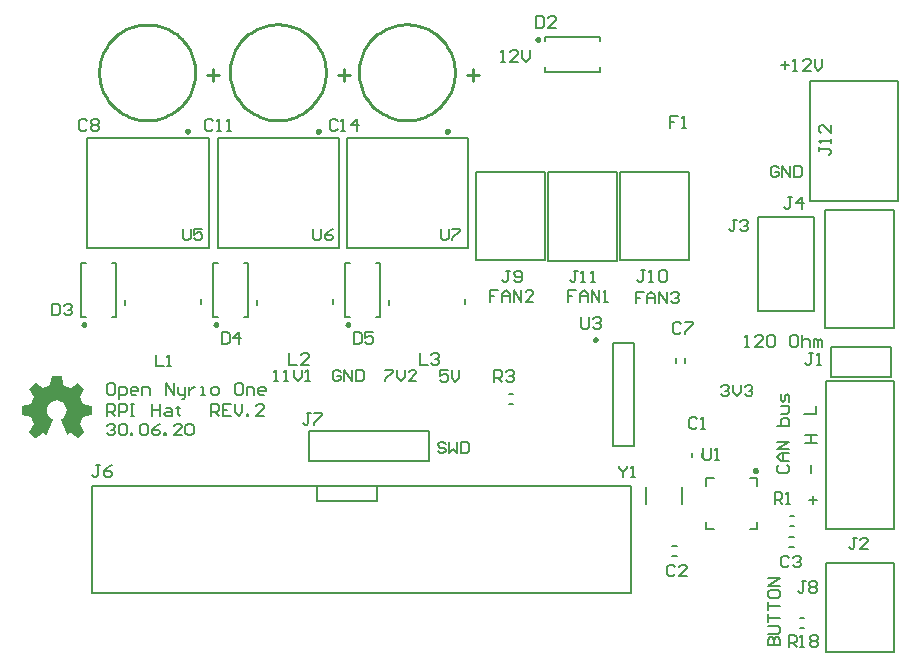
<source format=gto>
%FSTAX23Y23*%
%MOIN*%
%SFA1B1*%

%IPPOS*%
%ADD10C,0.007870*%
%ADD50C,0.010000*%
%ADD51C,0.009840*%
%ADD52C,0.005910*%
%LNrpiadapterpcb-1*%
%LPD*%
G36*
X0018Y01019D02*
X00181Y01018D01*
X00181Y01018*
X00186Y0099*
X00186Y00989*
X00187Y00989*
X0021Y00979*
X00211Y00979*
X00212Y00979*
X00212Y00979*
X00235Y00995*
X00236Y00995*
X00237Y00995*
X00237Y00995*
X00257Y00975*
X00258Y00974*
X00257Y00973*
X00257Y00973*
X00241Y00949*
X00241Y00949*
X00241Y00948*
X00251Y00925*
X00251Y00924*
X00252Y00924*
X00252Y00924*
X0028Y00918*
X00281Y00918*
X00281Y00917*
X00281*
X00281Y00888*
X00281Y00887*
X0028Y00887*
X0028Y00887*
X00252Y00882*
X00251Y00881*
X00251Y00881*
X00241Y00857*
X00241Y00857*
X00241Y00856*
X00241Y00856*
X00257Y00832*
X00258Y00832*
X00257Y0083*
X00257Y00831*
X00237Y0081*
X00236Y0081*
X00235Y0081*
X00235Y0081*
X00212Y00826*
X00211Y00827*
X0021Y00826*
X002Y00822*
X00199Y00822*
X00198Y00822*
X00198Y00823*
X00178Y00871*
X00178Y00872*
X00178Y00873*
X00179Y00873*
X00179Y00873*
X00182Y00874*
X00188Y00879*
X00194Y00886*
X00197Y00894*
X00198Y00903*
X00197Y00911*
X00194Y00919*
X00188Y00926*
X00182Y00931*
X00174Y00935*
X00165Y00936*
X00156Y00935*
X00148Y00931*
X00142Y00926*
X00136Y00919*
X00133Y00911*
X00132Y00903*
X00133Y00894*
X00136Y00886*
X00142Y00879*
X00148Y00874*
X00151Y00873*
X00151Y00873*
X00152Y00873*
X00152Y00872*
X00152Y00871*
X00132Y00823*
X00132Y00822*
X00131Y00822*
X0013Y00822*
X0012Y00826*
X00119Y00827*
X00118Y00826*
X00118Y00826*
X00095Y0081*
X00094Y0081*
X00093Y0081*
X00093Y0081*
X00073Y0083*
X00072Y00832*
X00073Y00832*
X00073Y00832*
X00088Y00856*
X00089Y00857*
X00089Y00857*
X00079Y00881*
X00079Y00881*
X00078Y00882*
Y00882*
X0005Y00887*
X00049Y00887*
X00049Y00888*
X00049*
X00049Y00917*
X00049Y00918*
X0005Y00918*
X0005Y00918*
X00078Y00924*
X00079Y00924*
X00079Y00925*
X00089Y00948*
X00089Y00949*
X00088Y00949*
X00088Y00949*
X00073Y00973*
X00072Y00974*
X00073Y00975*
X00073Y00975*
X00093Y00995*
X00094Y00995*
X00095Y00995*
X00095Y00995*
X00118Y00979*
X00119Y00979*
X0012Y00979*
X00143Y00989*
X00144Y00989*
X00144Y0099*
X00144*
X00149Y01018*
X0015Y01019*
X00151Y01019*
Y01019*
X00179Y01019*
X0018Y01019*
G37*
G54D10*
X02502Y01233D02*
X02689D01*
X02502D02*
Y01546D01*
X02689*
Y01233D02*
Y01546D01*
X02643Y00179D02*
X02657D01*
X02643Y00211D02*
X02657D01*
X01405Y00735D02*
Y00835D01*
X01005Y00735D02*
X01405D01*
X01005D02*
Y00835D01*
X01405*
X01673Y00924D02*
X01687D01*
X01673Y00956D02*
X01687D01*
X02019Y00783D02*
Y01126D01*
X0209Y00783D02*
Y01126D01*
X02019D02*
X0209D01*
X02019Y00783D02*
X0209D01*
X02229Y01062D02*
Y01077D01*
X0226Y01062D02*
Y01077D01*
X02249Y00592D02*
Y00647D01*
X0213Y00592D02*
Y00647D01*
X02607Y0048D02*
X02622D01*
X02607Y00449D02*
X02622D01*
X02217Y00419D02*
X02232D01*
X02217Y0045D02*
X02232D01*
X01272Y01255D02*
Y01272D01*
X01527Y01257D02*
Y01274D01*
X00832Y01255D02*
Y01272D01*
X01087Y01257D02*
Y01274D01*
X00392Y01255D02*
Y01272D01*
X00647Y01257D02*
Y01274D01*
X02725Y01176D02*
Y01571D01*
X02955*
Y01176D02*
Y01571D01*
X02725Y01176D02*
X02955D01*
X02315Y00747D02*
Y00762D01*
X02284Y00747D02*
Y00762D01*
X02608Y00551D02*
X02622D01*
X02608Y00519D02*
X02622D01*
X01231Y00601D02*
Y00648D01*
X01031Y00601D02*
X01231D01*
X01031D02*
Y00648D01*
X00281Y00293D02*
Y00652D01*
X0208Y00293D02*
Y00652D01*
X00281Y00293D02*
X0208D01*
X00281Y00652D02*
X0208D01*
X01975Y02032D02*
Y02046D01*
X01794Y02032D02*
Y02046D01*
X01975Y02133D02*
Y02147D01*
X01794Y02133D02*
Y02147D01*
Y02032D02*
X01975D01*
X01794Y02147D02*
X01975D01*
X02728Y00098D02*
X02956D01*
X02728D02*
Y00393D01*
X02956*
Y00098D02*
Y00393D01*
X02957Y00509D02*
Y01001D01*
X02729D02*
X02957D01*
X02729Y00509D02*
Y01001D01*
Y00509D02*
X02957D01*
X00348Y01395D02*
X00362D01*
X00348Y01214D02*
X00362D01*
X00247Y01395D02*
X00261D01*
X00247Y01214D02*
X00261D01*
X00362D02*
Y01395D01*
X00247Y01214D02*
Y01395D01*
X00788D02*
X00802D01*
X00788Y01214D02*
X00802D01*
X00687Y01395D02*
X00701D01*
X00687Y01214D02*
X00701D01*
X00802D02*
Y01395D01*
X00687Y01214D02*
Y01395D01*
X01228D02*
X01242D01*
X01228Y01214D02*
X01242D01*
X01127Y01395D02*
X01141D01*
X01127Y01214D02*
X01141D01*
X01242D02*
Y01395D01*
X01127Y01214D02*
Y01395D01*
X00266Y0181D02*
X00671D01*
X00266Y01444D02*
Y0181D01*
Y01444D02*
X00671D01*
Y0181*
X00701D02*
X01106D01*
X00701Y01444D02*
Y0181D01*
Y01444D02*
X01106D01*
Y0181*
X01131D02*
X01536D01*
X01131Y01444D02*
Y0181D01*
Y01444D02*
X01536D01*
Y0181*
X02675Y016D02*
X0297D01*
X02675Y02D02*
X0297D01*
X02675Y016D02*
Y02D01*
X0297Y016D02*
Y02D01*
X01803Y01696D02*
X02031D01*
Y01401D02*
Y01696D01*
X01803Y01401D02*
X02031D01*
X01803D02*
Y01696D01*
X01563Y01698D02*
X01791D01*
Y01403D02*
Y01698D01*
X01563Y01403D02*
X01791D01*
X01563D02*
Y01698D01*
X02043D02*
X02271D01*
Y01403D02*
Y01698D01*
X02043Y01403D02*
X02271D01*
X02043D02*
Y01698D01*
X02745Y01115D02*
X02945D01*
X02745Y01015D02*
Y01115D01*
Y01015D02*
X02945D01*
Y01115*
G54D50*
X00626Y0203D02*
D01*
X00626Y02041*
X00625Y02052*
X00623Y02063*
X0062Y02074*
X00617Y02084*
X00613Y02095*
X00608Y02105*
X00602Y02114*
X00596Y02124*
X00589Y02132*
X00582Y02141*
X00573Y02148*
X00565Y02156*
X00556Y02162*
X00546Y02168*
X00537Y02173*
X00526Y02178*
X00516Y02182*
X00505Y02185*
X00494Y02187*
X00483Y02189*
X00472Y02189*
X00461*
X0045Y02189*
X00439Y02187*
X00428Y02185*
X00417Y02182*
X00406Y02178*
X00396Y02173*
X00386Y02168*
X00377Y02162*
X00368Y02156*
X00359Y02148*
X00351Y02141*
X00344Y02132*
X00337Y02124*
X00331Y02114*
X00325Y02105*
X0032Y02095*
X00316Y02084*
X00313Y02074*
X0031Y02063*
X00308Y02052*
X00307Y02041*
X00306Y0203*
X00307Y02018*
X00308Y02007*
X0031Y01996*
X00313Y01985*
X00316Y01975*
X0032Y01964*
X00325Y01954*
X00331Y01945*
X00337Y01935*
X00344Y01927*
X00351Y01918*
X00359Y01911*
X00368Y01903*
X00377Y01897*
X00386Y01891*
X00396Y01886*
X00406Y01881*
X00417Y01877*
X00428Y01874*
X00439Y01872*
X0045Y0187*
X00461Y0187*
X00472*
X00483Y0187*
X00494Y01872*
X00505Y01874*
X00516Y01877*
X00526Y01881*
X00537Y01886*
X00546Y01891*
X00556Y01897*
X00565Y01903*
X00573Y01911*
X00582Y01918*
X00589Y01927*
X00596Y01935*
X00602Y01945*
X00608Y01954*
X00613Y01964*
X00617Y01975*
X0062Y01985*
X00623Y01996*
X00625Y02007*
X00626Y02018*
X00626Y0203*
X00606Y01834D02*
D01*
X00606Y01834*
X00606Y01835*
X00606Y01835*
X00606Y01835*
X00606Y01836*
X00606Y01836*
X00606Y01836*
X00606Y01837*
X00605Y01837*
X00605Y01837*
X00605Y01837*
X00605Y01838*
X00604Y01838*
X00604Y01838*
X00604Y01838*
X00604Y01838*
X00603Y01839*
X00603Y01839*
X00603Y01839*
X00602Y01839*
X00602Y01839*
X00602Y01839*
X00601*
X00601Y01839*
X006Y01839*
X006Y01839*
X006Y01839*
X00599Y01839*
X00599Y01838*
X00599Y01838*
X00599Y01838*
X00598Y01838*
X00598Y01838*
X00598Y01837*
X00598Y01837*
X00597Y01837*
X00597Y01837*
X00597Y01836*
X00597Y01836*
X00597Y01836*
X00597Y01835*
X00596Y01835*
X00596Y01835*
X00596Y01834*
X00596Y01834*
X00596Y01834*
X00596Y01833*
X00596Y01833*
X00597Y01833*
X00597Y01832*
X00597Y01832*
X00597Y01832*
X00597Y01831*
X00597Y01831*
X00598Y01831*
X00598Y0183*
X00598Y0183*
X00598Y0183*
X00599Y0183*
X00599Y0183*
X00599Y01829*
X00599Y01829*
X006Y01829*
X006Y01829*
X006Y01829*
X00601Y01829*
X00601Y01829*
X00602*
X00602Y01829*
X00602Y01829*
X00603Y01829*
X00603Y01829*
X00603Y01829*
X00604Y01829*
X00604Y0183*
X00604Y0183*
X00604Y0183*
X00605Y0183*
X00605Y0183*
X00605Y01831*
X00605Y01831*
X00606Y01831*
X00606Y01832*
X00606Y01832*
X00606Y01832*
X00606Y01833*
X00606Y01833*
X00606Y01833*
X00606Y01834*
X00606Y01834*
X01041D02*
D01*
X01041Y01834*
X01041Y01835*
X01041Y01835*
X01041Y01835*
X01041Y01836*
X01041Y01836*
X01041Y01836*
X01041Y01837*
X0104Y01837*
X0104Y01837*
X0104Y01837*
X0104Y01838*
X01039Y01838*
X01039Y01838*
X01039Y01838*
X01039Y01838*
X01038Y01839*
X01038Y01839*
X01038Y01839*
X01037Y01839*
X01037Y01839*
X01037Y01839*
X01036*
X01036Y01839*
X01035Y01839*
X01035Y01839*
X01035Y01839*
X01034Y01839*
X01034Y01838*
X01034Y01838*
X01034Y01838*
X01033Y01838*
X01033Y01838*
X01033Y01837*
X01033Y01837*
X01032Y01837*
X01032Y01837*
X01032Y01836*
X01032Y01836*
X01032Y01836*
X01032Y01835*
X01031Y01835*
X01031Y01835*
X01031Y01834*
X01031Y01834*
X01031Y01834*
X01031Y01833*
X01031Y01833*
X01032Y01833*
X01032Y01832*
X01032Y01832*
X01032Y01832*
X01032Y01831*
X01032Y01831*
X01033Y01831*
X01033Y0183*
X01033Y0183*
X01033Y0183*
X01034Y0183*
X01034Y0183*
X01034Y01829*
X01034Y01829*
X01035Y01829*
X01035Y01829*
X01035Y01829*
X01036Y01829*
X01036Y01829*
X01037*
X01037Y01829*
X01037Y01829*
X01038Y01829*
X01038Y01829*
X01038Y01829*
X01039Y01829*
X01039Y0183*
X01039Y0183*
X01039Y0183*
X0104Y0183*
X0104Y0183*
X0104Y01831*
X0104Y01831*
X01041Y01831*
X01041Y01832*
X01041Y01832*
X01041Y01832*
X01041Y01833*
X01041Y01833*
X01041Y01833*
X01041Y01834*
X01041Y01834*
X01471D02*
D01*
X01471Y01834*
X01471Y01835*
X01471Y01835*
X01471Y01835*
X01471Y01836*
X01471Y01836*
X01471Y01836*
X01471Y01837*
X0147Y01837*
X0147Y01837*
X0147Y01837*
X0147Y01838*
X01469Y01838*
X01469Y01838*
X01469Y01838*
X01469Y01838*
X01468Y01839*
X01468Y01839*
X01468Y01839*
X01467Y01839*
X01467Y01839*
X01467Y01839*
X01466*
X01466Y01839*
X01465Y01839*
X01465Y01839*
X01465Y01839*
X01464Y01839*
X01464Y01838*
X01464Y01838*
X01464Y01838*
X01463Y01838*
X01463Y01838*
X01463Y01837*
X01463Y01837*
X01462Y01837*
X01462Y01837*
X01462Y01836*
X01462Y01836*
X01462Y01836*
X01462Y01835*
X01461Y01835*
X01461Y01835*
X01461Y01834*
X01461Y01834*
X01461Y01834*
X01461Y01833*
X01461Y01833*
X01462Y01833*
X01462Y01832*
X01462Y01832*
X01462Y01832*
X01462Y01831*
X01462Y01831*
X01463Y01831*
X01463Y0183*
X01463Y0183*
X01463Y0183*
X01464Y0183*
X01464Y0183*
X01464Y01829*
X01464Y01829*
X01465Y01829*
X01465Y01829*
X01465Y01829*
X01466Y01829*
X01466Y01829*
X01467*
X01467Y01829*
X01467Y01829*
X01468Y01829*
X01468Y01829*
X01468Y01829*
X01469Y01829*
X01469Y0183*
X01469Y0183*
X01469Y0183*
X0147Y0183*
X0147Y0183*
X0147Y01831*
X0147Y01831*
X01471Y01831*
X01471Y01832*
X01471Y01832*
X01471Y01832*
X01471Y01833*
X01471Y01833*
X01471Y01833*
X01471Y01834*
X01471Y01834*
X01061Y0203D02*
D01*
X01061Y02041*
X0106Y02052*
X01058Y02063*
X01055Y02074*
X01052Y02085*
X01048Y02095*
X01043Y02105*
X01037Y02115*
X01031Y02124*
X01024Y02133*
X01017Y02141*
X01008Y02149*
X01Y02156*
X00991Y02162*
X00981Y02168*
X00972Y02174*
X00961Y02178*
X00951Y02182*
X0094Y02185*
X00929Y02187*
X00918Y02189*
X00907Y0219*
X00896*
X00885Y02189*
X00874Y02187*
X00863Y02185*
X00852Y02182*
X00841Y02178*
X00831Y02174*
X00821Y02168*
X00812Y02162*
X00803Y02156*
X00794Y02149*
X00786Y02141*
X00779Y02133*
X00772Y02124*
X00766Y02115*
X0076Y02105*
X00755Y02095*
X00751Y02085*
X00748Y02074*
X00745Y02063*
X00743Y02052*
X00742Y02041*
X00741Y0203*
X00742Y02019*
X00743Y02008*
X00745Y01997*
X00748Y01986*
X00751Y01975*
X00755Y01965*
X0076Y01955*
X00766Y01945*
X00772Y01936*
X00779Y01927*
X00786Y01919*
X00794Y01911*
X00803Y01904*
X00812Y01897*
X00821Y01891*
X00831Y01886*
X00841Y01881*
X00852Y01878*
X00863Y01875*
X00874Y01872*
X00885Y01871*
X00896Y0187*
X00907*
X00918Y01871*
X00929Y01872*
X0094Y01875*
X00951Y01878*
X00961Y01881*
X00972Y01886*
X00981Y01891*
X00991Y01897*
X01Y01904*
X01008Y01911*
X01017Y01919*
X01024Y01927*
X01031Y01936*
X01037Y01945*
X01043Y01955*
X01048Y01965*
X01052Y01975*
X01055Y01986*
X01058Y01997*
X0106Y02008*
X01061Y02019*
X01061Y0203*
X01491D02*
D01*
X01491Y02041*
X0149Y02052*
X01488Y02063*
X01485Y02074*
X01482Y02085*
X01478Y02095*
X01473Y02105*
X01467Y02115*
X01461Y02124*
X01454Y02133*
X01447Y02141*
X01438Y02149*
X0143Y02156*
X01421Y02162*
X01411Y02168*
X01402Y02174*
X01391Y02178*
X01381Y02182*
X0137Y02185*
X01359Y02187*
X01348Y02189*
X01337Y0219*
X01326*
X01315Y02189*
X01304Y02187*
X01293Y02185*
X01282Y02182*
X01271Y02178*
X01261Y02174*
X01251Y02168*
X01242Y02162*
X01233Y02156*
X01224Y02149*
X01216Y02141*
X01209Y02133*
X01202Y02124*
X01196Y02115*
X0119Y02105*
X01185Y02095*
X01181Y02085*
X01178Y02074*
X01175Y02063*
X01173Y02052*
X01172Y02041*
X01171Y0203*
X01172Y02019*
X01173Y02008*
X01175Y01997*
X01178Y01986*
X01181Y01975*
X01185Y01965*
X0119Y01955*
X01196Y01945*
X01202Y01936*
X01209Y01927*
X01216Y01919*
X01224Y01911*
X01233Y01904*
X01242Y01897*
X01251Y01891*
X01261Y01886*
X01271Y01881*
X01282Y01878*
X01293Y01875*
X01304Y01872*
X01315Y01871*
X01326Y0187*
X01337*
X01348Y01871*
X01359Y01872*
X0137Y01875*
X01381Y01878*
X01391Y01881*
X01402Y01886*
X01411Y01891*
X01421Y01897*
X0143Y01904*
X01438Y01911*
X01447Y01919*
X01454Y01927*
X01461Y01936*
X01467Y01945*
X01473Y01955*
X01478Y01965*
X01482Y01975*
X01485Y01986*
X01488Y01997*
X0149Y02008*
X01491Y02019*
X01491Y0203*
X00706Y0202D02*
X00666D01*
X00686Y02D02*
Y0204D01*
X01141Y0202D02*
X01101D01*
X01121Y02D02*
Y0204D01*
X01571Y0202D02*
X01531D01*
X01551Y02D02*
Y0204D01*
G54D51*
X01965Y01138D02*
D01*
X01965Y01138*
X01965Y01139*
X01965Y01139*
X01965Y01139*
X01965Y0114*
X01965Y0114*
X01964Y0114*
X01964Y01141*
X01964Y01141*
X01964Y01141*
X01964Y01141*
X01963Y01142*
X01963Y01142*
X01963Y01142*
X01962Y01142*
X01962Y01142*
X01962Y01143*
X01962Y01143*
X01961Y01143*
X01961Y01143*
X01961Y01143*
X0196Y01143*
X0196*
X01959Y01143*
X01959Y01143*
X01959Y01143*
X01958Y01143*
X01958Y01143*
X01958Y01142*
X01958Y01142*
X01957Y01142*
X01957Y01142*
X01957Y01142*
X01956Y01141*
X01956Y01141*
X01956Y01141*
X01956Y01141*
X01956Y0114*
X01956Y0114*
X01955Y0114*
X01955Y01139*
X01955Y01139*
X01955Y01139*
X01955Y01138*
X01955Y01138*
X01955Y01138*
X01955Y01137*
X01955Y01137*
X01955Y01137*
X01955Y01136*
X01956Y01136*
X01956Y01136*
X01956Y01135*
X01956Y01135*
X01956Y01135*
X01956Y01135*
X01957Y01134*
X01957Y01134*
X01957Y01134*
X01958Y01134*
X01958Y01134*
X01958Y01133*
X01958Y01133*
X01959Y01133*
X01959Y01133*
X01959Y01133*
X0196Y01133*
X0196*
X01961Y01133*
X01961Y01133*
X01961Y01133*
X01962Y01133*
X01962Y01133*
X01962Y01134*
X01962Y01134*
X01963Y01134*
X01963Y01134*
X01963Y01134*
X01964Y01135*
X01964Y01135*
X01964Y01135*
X01964Y01135*
X01964Y01136*
X01965Y01136*
X01965Y01136*
X01965Y01137*
X01965Y01137*
X01965Y01137*
X01965Y01138*
X01965Y01138*
X01773Y02139D02*
D01*
X01773Y02139*
X01773Y02139*
X01773Y0214*
X01773Y0214*
X01773Y0214*
X01773Y02141*
X01773Y02141*
X01773Y02141*
X01772Y02142*
X01772Y02142*
X01772Y02142*
X01772Y02142*
X01771Y02143*
X01771Y02143*
X01771Y02143*
X01771Y02143*
X0177Y02143*
X0177Y02143*
X0177Y02143*
X01769Y02144*
X01769Y02144*
X01769Y02144*
X01768*
X01768Y02144*
X01768Y02144*
X01767Y02143*
X01767Y02143*
X01767Y02143*
X01766Y02143*
X01766Y02143*
X01766Y02143*
X01765Y02143*
X01765Y02142*
X01765Y02142*
X01765Y02142*
X01764Y02142*
X01764Y02141*
X01764Y02141*
X01764Y02141*
X01764Y0214*
X01764Y0214*
X01764Y0214*
X01763Y02139*
X01763Y02139*
X01763Y02139*
X01763Y02138*
X01763Y02138*
X01764Y02138*
X01764Y02137*
X01764Y02137*
X01764Y02137*
X01764Y02136*
X01764Y02136*
X01764Y02136*
X01765Y02136*
X01765Y02135*
X01765Y02135*
X01765Y02135*
X01766Y02135*
X01766Y02134*
X01766Y02134*
X01767Y02134*
X01767Y02134*
X01767Y02134*
X01768Y02134*
X01768Y02134*
X01768Y02134*
X01769*
X01769Y02134*
X01769Y02134*
X0177Y02134*
X0177Y02134*
X0177Y02134*
X01771Y02134*
X01771Y02134*
X01771Y02135*
X01771Y02135*
X01772Y02135*
X01772Y02135*
X01772Y02136*
X01772Y02136*
X01773Y02136*
X01773Y02136*
X01773Y02137*
X01773Y02137*
X01773Y02137*
X01773Y02138*
X01773Y02138*
X01773Y02138*
X01773Y02139*
X0026Y01188D02*
D01*
X0026Y01189*
X0026Y01189*
X0026Y01189*
X0026Y0119*
X0026Y0119*
X0026Y0119*
X0026Y01191*
X00259Y01191*
X00259Y01191*
X00259Y01192*
X00259Y01192*
X00259Y01192*
X00258Y01192*
X00258Y01192*
X00258Y01193*
X00257Y01193*
X00257Y01193*
X00257Y01193*
X00256Y01193*
X00256Y01193*
X00256Y01193*
X00255Y01193*
X00255*
X00255Y01193*
X00254Y01193*
X00254Y01193*
X00254Y01193*
X00253Y01193*
X00253Y01193*
X00253Y01193*
X00253Y01192*
X00252Y01192*
X00252Y01192*
X00252Y01192*
X00252Y01192*
X00251Y01191*
X00251Y01191*
X00251Y01191*
X00251Y0119*
X00251Y0119*
X00251Y0119*
X0025Y01189*
X0025Y01189*
X0025Y01189*
X0025Y01188*
X0025Y01188*
X0025Y01188*
X0025Y01187*
X00251Y01187*
X00251Y01187*
X00251Y01186*
X00251Y01186*
X00251Y01186*
X00251Y01185*
X00252Y01185*
X00252Y01185*
X00252Y01185*
X00252Y01184*
X00253Y01184*
X00253Y01184*
X00253Y01184*
X00253Y01184*
X00254Y01184*
X00254Y01184*
X00254Y01184*
X00255Y01183*
X00255Y01183*
X00255*
X00256Y01183*
X00256Y01184*
X00256Y01184*
X00257Y01184*
X00257Y01184*
X00257Y01184*
X00258Y01184*
X00258Y01184*
X00258Y01184*
X00259Y01185*
X00259Y01185*
X00259Y01185*
X00259Y01185*
X00259Y01186*
X0026Y01186*
X0026Y01186*
X0026Y01187*
X0026Y01187*
X0026Y01187*
X0026Y01188*
X0026Y01188*
X0026Y01188*
X007D02*
D01*
X007Y01189*
X007Y01189*
X007Y01189*
X007Y0119*
X007Y0119*
X007Y0119*
X007Y01191*
X00699Y01191*
X00699Y01191*
X00699Y01192*
X00699Y01192*
X00699Y01192*
X00698Y01192*
X00698Y01192*
X00698Y01193*
X00697Y01193*
X00697Y01193*
X00697Y01193*
X00696Y01193*
X00696Y01193*
X00696Y01193*
X00695Y01193*
X00695*
X00695Y01193*
X00694Y01193*
X00694Y01193*
X00694Y01193*
X00693Y01193*
X00693Y01193*
X00693Y01193*
X00693Y01192*
X00692Y01192*
X00692Y01192*
X00692Y01192*
X00692Y01192*
X00691Y01191*
X00691Y01191*
X00691Y01191*
X00691Y0119*
X00691Y0119*
X00691Y0119*
X0069Y01189*
X0069Y01189*
X0069Y01189*
X0069Y01188*
X0069Y01188*
X0069Y01188*
X0069Y01187*
X00691Y01187*
X00691Y01187*
X00691Y01186*
X00691Y01186*
X00691Y01186*
X00691Y01185*
X00692Y01185*
X00692Y01185*
X00692Y01185*
X00692Y01184*
X00693Y01184*
X00693Y01184*
X00693Y01184*
X00693Y01184*
X00694Y01184*
X00694Y01184*
X00694Y01184*
X00695Y01183*
X00695Y01183*
X00695*
X00696Y01183*
X00696Y01184*
X00696Y01184*
X00697Y01184*
X00697Y01184*
X00697Y01184*
X00698Y01184*
X00698Y01184*
X00698Y01184*
X00699Y01185*
X00699Y01185*
X00699Y01185*
X00699Y01185*
X00699Y01186*
X007Y01186*
X007Y01186*
X007Y01187*
X007Y01187*
X007Y01187*
X007Y01188*
X007Y01188*
X007Y01188*
X0114D02*
D01*
X0114Y01189*
X0114Y01189*
X0114Y01189*
X0114Y0119*
X0114Y0119*
X0114Y0119*
X0114Y01191*
X01139Y01191*
X01139Y01191*
X01139Y01192*
X01139Y01192*
X01139Y01192*
X01138Y01192*
X01138Y01192*
X01138Y01193*
X01137Y01193*
X01137Y01193*
X01137Y01193*
X01136Y01193*
X01136Y01193*
X01136Y01193*
X01135Y01193*
X01135*
X01135Y01193*
X01134Y01193*
X01134Y01193*
X01134Y01193*
X01133Y01193*
X01133Y01193*
X01133Y01193*
X01133Y01192*
X01132Y01192*
X01132Y01192*
X01132Y01192*
X01132Y01192*
X01131Y01191*
X01131Y01191*
X01131Y01191*
X01131Y0119*
X01131Y0119*
X01131Y0119*
X0113Y01189*
X0113Y01189*
X0113Y01189*
X0113Y01188*
X0113Y01188*
X0113Y01188*
X0113Y01187*
X01131Y01187*
X01131Y01187*
X01131Y01186*
X01131Y01186*
X01131Y01186*
X01131Y01185*
X01132Y01185*
X01132Y01185*
X01132Y01185*
X01132Y01184*
X01133Y01184*
X01133Y01184*
X01133Y01184*
X01133Y01184*
X01134Y01184*
X01134Y01184*
X01134Y01184*
X01135Y01183*
X01135Y01183*
X01135*
X01136Y01183*
X01136Y01184*
X01136Y01184*
X01137Y01184*
X01137Y01184*
X01137Y01184*
X01138Y01184*
X01138Y01184*
X01138Y01184*
X01139Y01185*
X01139Y01185*
X01139Y01185*
X01139Y01185*
X01139Y01186*
X0114Y01186*
X0114Y01186*
X0114Y01187*
X0114Y01187*
X0114Y01187*
X0114Y01188*
X0114Y01188*
X0114Y01188*
X02499Y00702D02*
D01*
X02499Y00702*
X02499Y00703*
X02499Y00703*
X02499Y00703*
X02498Y00704*
X02498Y00704*
X02498Y00704*
X02498Y00705*
X02498Y00705*
X02498Y00705*
X02497Y00706*
X02497Y00706*
X02497Y00706*
X02497Y00706*
X02496Y00706*
X02496Y00707*
X02496Y00707*
X02495Y00707*
X02495Y00707*
X02495Y00707*
X02494Y00707*
X02494Y00707*
X02494*
X02493Y00707*
X02493Y00707*
X02493Y00707*
X02492Y00707*
X02492Y00707*
X02492Y00707*
X02491Y00706*
X02491Y00706*
X02491Y00706*
X02491Y00706*
X0249Y00706*
X0249Y00705*
X0249Y00705*
X0249Y00705*
X0249Y00704*
X02489Y00704*
X02489Y00704*
X02489Y00703*
X02489Y00703*
X02489Y00703*
X02489Y00702*
X02489Y00702*
X02489Y00702*
X02489Y00701*
X02489Y00701*
X02489Y00701*
X02489Y007*
X02489Y007*
X0249Y007*
X0249Y00699*
X0249Y00699*
X0249Y00699*
X0249Y00699*
X02491Y00698*
X02491Y00698*
X02491Y00698*
X02491Y00698*
X02492Y00698*
X02492Y00698*
X02492Y00697*
X02493Y00697*
X02493Y00697*
X02493Y00697*
X02494Y00697*
X02494*
X02494Y00697*
X02495Y00697*
X02495Y00697*
X02495Y00697*
X02496Y00698*
X02496Y00698*
X02496Y00698*
X02497Y00698*
X02497Y00698*
X02497Y00698*
X02497Y00699*
X02498Y00699*
X02498Y00699*
X02498Y00699*
X02498Y007*
X02498Y007*
X02498Y007*
X02499Y00701*
X02499Y00701*
X02499Y00701*
X02499Y00702*
X02499Y00702*
G54D52*
X02475Y00677D02*
X025D01*
Y00652D02*
Y00677D01*
Y00507D02*
Y00532D01*
X02475Y00507D02*
X025D01*
X0233D02*
X02355D01*
X0233D02*
Y00532D01*
Y00677D02*
X02355D01*
X0233Y00652D02*
Y00677D01*
X0089Y01D02*
X00903D01*
X00896*
Y01039*
X0089Y01032*
X00922Y01D02*
X00935D01*
X00929*
Y01039*
X00922Y01032*
X00955Y01039D02*
Y01013D01*
X00968Y01*
X00981Y01013*
Y01039*
X00994Y01D02*
X01008D01*
X01001*
Y01039*
X00994Y01032*
X0068Y00885D02*
Y00924D01*
X00699*
X00706Y00917*
Y00904*
X00699Y00898*
X0068*
X00693D02*
X00706Y00885D01*
X00745Y00924D02*
X00719D01*
Y00885*
X00745*
X00719Y00904D02*
X00732D01*
X00758Y00924D02*
Y00898D01*
X00771Y00885*
X00784Y00898*
Y00924*
X00798Y00885D02*
Y00891D01*
X00804*
Y00885*
X00798*
X00857D02*
X0083D01*
X00857Y00911*
Y00917*
X0085Y00924*
X00837*
X0083Y00917*
X0238Y00982D02*
X02386Y00989D01*
X02399*
X02406Y00982*
Y00976*
X02399Y00969*
X02393*
X02399*
X02406Y00963*
Y00956*
X02399Y0095*
X02386*
X0238Y00956*
X02419Y00989D02*
Y00963D01*
X02432Y0095*
X02445Y00963*
Y00989*
X02458Y00982D02*
X02465Y00989D01*
X02478*
X02484Y00982*
Y00976*
X02478Y00969*
X02471*
X02478*
X02484Y00963*
Y00956*
X02478Y0095*
X02465*
X02458Y00956*
X01468Y01038D02*
X01442D01*
Y01018*
X01455Y01025*
X01461*
X01468Y01018*
Y01005*
X01461Y00999*
X01448*
X01442Y01005*
X01481Y01038D02*
Y01012D01*
X01494Y00999*
X01507Y01012*
Y01038*
X0126Y01039D02*
X01286D01*
Y01032*
X0126Y01006*
Y01*
X01299Y01039D02*
Y01013D01*
X01312Y01*
X01325Y01013*
Y01039*
X01364Y01D02*
X01338D01*
X01364Y01026*
Y01032*
X01358Y01039*
X01345*
X01338Y01032*
X01645Y02065D02*
X01658D01*
X01651*
Y02104*
X01645Y02097*
X01704Y02065D02*
X01677D01*
X01704Y02091*
Y02097*
X01697Y02104*
X01684*
X01677Y02097*
X01717Y02104D02*
Y02078D01*
X0173Y02065*
X01743Y02078*
Y02104*
X02606Y00412D02*
X026Y00419D01*
X02586*
X0258Y00412*
Y00386*
X02586Y0038*
X026*
X02606Y00386*
X02619Y00412D02*
X02626Y00419D01*
X02639*
X02646Y00412*
Y00406*
X02639Y00399*
X02632*
X02639*
X02646Y00393*
Y00386*
X02639Y0038*
X02626*
X02619Y00386*
X023Y00875D02*
X02294Y00881D01*
X02281*
X02274Y00875*
Y00849*
X02281Y00842*
X02294*
X023Y00849*
X02313Y00842D02*
X02326D01*
X0232*
Y00881*
X02313Y00875*
X02226Y00382D02*
X02219Y00389D01*
X02206*
X022Y00382*
Y00356*
X02206Y0035*
X02219*
X02226Y00356*
X02265Y0035D02*
X02239D01*
X02265Y00376*
Y00382*
X02259Y00389*
X02245*
X02239Y00382*
X02245Y0119D02*
X02239Y01197D01*
X02226*
X02219Y0119*
Y01164*
X02226Y01157*
X02239*
X02245Y01164*
X02258Y01197D02*
X02285D01*
Y0119*
X02258Y01164*
Y01157*
X00266Y01867D02*
X00259Y01874D01*
X00246*
X0024Y01867*
Y01841*
X00246Y01835*
X00259*
X00266Y01841*
X00279Y01867D02*
X00285Y01874D01*
X00299*
X00305Y01867*
Y01861*
X00299Y01854*
X00305Y01848*
Y01841*
X00299Y01835*
X00285*
X00279Y01841*
Y01848*
X00285Y01854*
X00279Y01861*
Y01867*
X00285Y01854D02*
X00299D01*
X00686Y01867D02*
X00679Y01874D01*
X00666*
X0066Y01867*
Y01841*
X00666Y01835*
X00679*
X00686Y01841*
X00699Y01835D02*
X00712D01*
X00705*
Y01874*
X00699Y01867*
X00732Y01835D02*
X00745D01*
X00738*
Y01874*
X00732Y01867*
X01101D02*
X01094Y01874D01*
X01081*
X01075Y01867*
Y01841*
X01081Y01835*
X01094*
X01101Y01841*
X01114Y01835D02*
X01127D01*
X0112*
Y01874*
X01114Y01867*
X01166Y01835D02*
Y01874D01*
X01147Y01854*
X01173*
X01764Y02217D02*
Y02178D01*
X01784*
X0179Y02185*
Y02211*
X01784Y02217*
X01764*
X0183Y02178D02*
X01803D01*
X0183Y02204*
Y02211*
X01823Y02217*
X0181*
X01803Y02211*
X0015Y01259D02*
Y0122D01*
X00169*
X00176Y01226*
Y01252*
X00169Y01259*
X0015*
X00189Y01252D02*
X00195Y01259D01*
X00209*
X00215Y01252*
Y01246*
X00209Y01239*
X00202*
X00209*
X00215Y01233*
Y01226*
X00209Y0122*
X00195*
X00189Y01226*
X00715Y01164D02*
Y01125D01*
X00734*
X00741Y01131*
Y01157*
X00734Y01164*
X00715*
X00774Y01125D02*
Y01164D01*
X00754Y01144*
X0078*
X01155Y01164D02*
Y01125D01*
X01174*
X01181Y01131*
Y01157*
X01174Y01164*
X01155*
X0122D02*
X01194D01*
Y01144*
X01207Y01151*
X01214*
X0122Y01144*
Y01131*
X01214Y01125*
X012*
X01194Y01131*
X02236Y01884D02*
X0221D01*
Y01864*
X02223*
X0221*
Y01845*
X02249D02*
X02262D01*
X02255*
Y01884*
X02249Y01877*
X01111Y01032D02*
X01104Y01039D01*
X01091*
X01085Y01032*
Y01006*
X01091Y01*
X01104*
X01111Y01006*
Y01019*
X01098*
X01124Y01D02*
Y01039D01*
X0115Y01*
Y01039*
X01163D02*
Y01D01*
X01183*
X01189Y01006*
Y01032*
X01183Y01039*
X01163*
X02686Y01094D02*
X02673D01*
X02679*
Y01061*
X02673Y01055*
X02666*
X0266Y01061*
X02699Y01055D02*
X02712D01*
X02705*
Y01094*
X02699Y01087*
X02831Y00479D02*
X02818D01*
X02824*
Y00446*
X02818Y0044*
X02811*
X02805Y00446*
X0287Y0044D02*
X02844D01*
X0287Y00466*
Y00472*
X02864Y00479*
X0285*
X02844Y00472*
X02431Y01539D02*
X02418D01*
X02424*
Y01506*
X02418Y015*
X02411*
X02405Y01506*
X02444Y01532D02*
X0245Y01539D01*
X02464*
X0247Y01532*
Y01526*
X02464Y01519*
X02457*
X02464*
X0247Y01513*
Y01506*
X02464Y015*
X0245*
X02444Y01506*
X02616Y01614D02*
X02603D01*
X02609*
Y01581*
X02603Y01575*
X02596*
X0259Y01581*
X02649Y01575D02*
Y01614D01*
X02629Y01594*
X02655*
X01676Y01369D02*
X01663D01*
X01669*
Y01336*
X01663Y0133*
X01656*
X0165Y01336*
X01689D02*
X01695Y0133D01*
X01709*
X01715Y01336*
Y01362*
X01709Y01369*
X01695*
X01689Y01362*
Y01356*
X01695Y01349*
X01715*
X01901Y01369D02*
X01888D01*
X01894*
Y01336*
X01888Y0133*
X01881*
X01875Y01336*
X01914Y0133D02*
X01927D01*
X0192*
Y01369*
X01914Y01362*
X01947Y0133D02*
X0196D01*
X01953*
Y01369*
X01947Y01362*
X00309Y0072D02*
X00296D01*
X00303*
Y00688*
X00296Y00681*
X0029*
X00283Y00688*
X00349Y0072D02*
X00335Y00714D01*
X00322Y00701*
Y00688*
X00329Y00681*
X00342*
X00349Y00688*
Y00694*
X00342Y00701*
X00322*
X02661Y00334D02*
X02648D01*
X02654*
Y00301*
X02648Y00295*
X02641*
X02635Y00301*
X02674Y00327D02*
X0268Y00334D01*
X02694*
X027Y00327*
Y00321*
X02694Y00314*
X027Y00308*
Y00301*
X02694Y00295*
X0268*
X02674Y00301*
Y00308*
X0268Y00314*
X02674Y00321*
Y00327*
X0268Y00314D02*
X02694D01*
X02705Y01781D02*
Y01768D01*
Y01774*
X02738*
X02745Y01768*
Y01761*
X02738Y01755*
X02745Y01794D02*
Y01807D01*
Y018*
X02705*
X02712Y01794*
X02745Y01853D02*
Y01827D01*
X02718Y01853*
X02712*
X02705Y01846*
Y01833*
X02712Y01827*
X00495Y01089D02*
Y0105D01*
X00521*
X00534D02*
X00547D01*
X0054*
Y01089*
X00534Y01082*
X0094Y01094D02*
Y01055D01*
X00966*
X01005D02*
X00979D01*
X01005Y01081*
Y01088*
X00999Y01094*
X00986*
X00979Y01088*
X01375Y01094D02*
Y01055D01*
X01401*
X01414Y01087D02*
X0142Y01094D01*
X01434*
X0144Y01087*
Y01081*
X01434Y01074*
X01427*
X01434*
X0144Y01068*
Y01061*
X01434Y01055*
X0142*
X01414Y01061*
X02558Y00592D02*
Y00631D01*
X02577*
X02584Y00624*
Y00611*
X02577Y00605*
X02558*
X02571D02*
X02584Y00592D01*
X02597D02*
X0261D01*
X02603*
Y00631*
X02597Y00624*
X01622Y00997D02*
Y01036D01*
X01642*
X01648Y0103*
Y01017*
X01642Y0101*
X01622*
X01635D02*
X01648Y00997D01*
X01661Y0103D02*
X01668Y01036D01*
X01681*
X01688Y0103*
Y01023*
X01681Y01017*
X01674*
X01681*
X01688Y0101*
Y01004*
X01681Y00997*
X01668*
X01661Y01004*
X02605Y00115D02*
Y00154D01*
X02624*
X02631Y00147*
Y00134*
X02624Y00128*
X02605*
X02618D02*
X02631Y00115D01*
X02644D02*
X02657D01*
X0265*
Y00154*
X02644Y00147*
X02677D02*
X02683Y00154D01*
X02696*
X02703Y00147*
Y00141*
X02696Y00134*
X02703Y00128*
Y00121*
X02696Y00115*
X02683*
X02677Y00121*
Y00128*
X02683Y00134*
X02677Y00141*
Y00147*
X02683Y00134D02*
X02696D01*
X02319Y00777D02*
Y00745D01*
X02326Y00738*
X02339*
X02345Y00745*
Y00777*
X02358Y00738D02*
X02371D01*
X02365*
Y00777*
X02358Y00771*
X01912Y01213D02*
Y01181D01*
X01919Y01174*
X01932*
X01938Y01181*
Y01213*
X01951Y01207D02*
X01958Y01213D01*
X01971*
X01978Y01207*
Y012*
X01971Y01194*
X01964*
X01971*
X01978Y01187*
Y01181*
X01971Y01174*
X01958*
X01951Y01181*
X00585Y01509D02*
Y01476D01*
X00591Y0147*
X00604*
X00611Y01476*
Y01509*
X0065D02*
X00624D01*
Y01489*
X00637Y01496*
X00644*
X0065Y01489*
Y01476*
X00644Y0147*
X0063*
X00624Y01476*
X0102Y01509D02*
Y01476D01*
X01026Y0147*
X01039*
X01046Y01476*
Y01509*
X01085D02*
X01072Y01502D01*
X01059Y01489*
Y01476*
X01065Y0147*
X01079*
X01085Y01476*
Y01483*
X01079Y01489*
X01059*
X01445Y01509D02*
Y01476D01*
X01451Y0147*
X01464*
X01471Y01476*
Y01509*
X01484D02*
X0151D01*
Y01502*
X01484Y01476*
Y0147*
X0204Y00719D02*
Y00712D01*
X02053Y00699*
X02066Y00712*
Y00719*
X02053Y00699D02*
Y0068D01*
X02079D02*
X02092D01*
X02085*
Y00719*
X02079Y00712*
X01011Y00894D02*
X00998D01*
X01004*
Y00861*
X00998Y00855*
X00991*
X00985Y00861*
X01024Y00894D02*
X0105D01*
Y00887*
X01024Y00861*
Y00855*
X02127Y01371D02*
X02113D01*
X0212*
Y01338*
X02113Y01331*
X02107*
X021Y01338*
X0214Y01331D02*
X02153D01*
X02146*
Y01371*
X0214Y01364*
X02172D02*
X02179Y01371D01*
X02192*
X02199Y01364*
Y01338*
X02192Y01331*
X02179*
X02172Y01338*
Y01364*
X00332Y00852D02*
X00339Y00859D01*
X00352*
X00358Y00852*
Y00846*
X00352Y00839*
X00345*
X00352*
X00358Y00833*
Y00826*
X00352Y0082*
X00339*
X00332Y00826*
X00371Y00852D02*
X00378Y00859D01*
X00391*
X00398Y00852*
Y00826*
X00391Y0082*
X00378*
X00371Y00826*
Y00852*
X00411Y0082D02*
Y00826D01*
X00417*
Y0082*
X00411*
X00443Y00852D02*
X0045Y00859D01*
X00463*
X0047Y00852*
Y00826*
X00463Y0082*
X0045*
X00443Y00826*
Y00852*
X00509Y00859D02*
X00496Y00852D01*
X00483Y00839*
Y00826*
X00489Y0082*
X00502*
X00509Y00826*
Y00833*
X00502Y00839*
X00483*
X00522Y0082D02*
Y00826D01*
X00529*
Y0082*
X00522*
X00581D02*
X00555D01*
X00581Y00846*
Y00852*
X00575Y00859*
X00562*
X00555Y00852*
X00594D02*
X00601Y00859D01*
X00614*
X00621Y00852*
Y00826*
X00614Y0082*
X00601*
X00594Y00826*
Y00852*
X00332Y00885D02*
Y00924D01*
X00352*
X00358Y00917*
Y00904*
X00352Y00898*
X00332*
X00345D02*
X00358Y00885D01*
X00371D02*
Y00924D01*
X00391*
X00398Y00917*
Y00904*
X00391Y00898*
X00371*
X00411Y00924D02*
X00424D01*
X00417*
Y00885*
X00411*
X00424*
X00483Y00924D02*
Y00885D01*
Y00904*
X00509*
Y00924*
Y00885*
X00529Y00911D02*
X00542D01*
X00548Y00904*
Y00885*
X00529*
X00522Y00891*
X00529Y00898*
X00548*
X00568Y00917D02*
Y00911D01*
X00562*
X00575*
X00568*
Y00891*
X00575Y00885*
X00352Y00994D02*
X00339D01*
X00332Y00987*
Y00961*
X00339Y00955*
X00352*
X00358Y00961*
Y00987*
X00352Y00994*
X00371Y00941D02*
Y00981D01*
X00391*
X00398Y00974*
Y00961*
X00391Y00955*
X00371*
X0043D02*
X00417D01*
X00411Y00961*
Y00974*
X00417Y00981*
X0043*
X00437Y00974*
Y00968*
X00411*
X0045Y00955D02*
Y00981D01*
X0047*
X00476Y00974*
Y00955*
X00529D02*
Y00994D01*
X00555Y00955*
Y00994*
X00568Y00981D02*
Y00961D01*
X00575Y00955*
X00594*
Y00948*
X00588Y00941*
X00581*
X00594Y00955D02*
Y00981D01*
X00607D02*
Y00955D01*
Y00968*
X00614Y00974*
X00621Y00981*
X00627*
X00647Y00955D02*
X0066D01*
X00653*
Y00981*
X00647*
X00686Y00955D02*
X00699D01*
X00706Y00961*
Y00974*
X00699Y00981*
X00686*
X0068Y00974*
Y00961*
X00686Y00955*
X00778Y00994D02*
X00765D01*
X00758Y00987*
Y00961*
X00765Y00955*
X00778*
X00785Y00961*
Y00987*
X00778Y00994*
X00798Y00955D02*
Y00981D01*
X00817*
X00824Y00974*
Y00955*
X00857D02*
X00844D01*
X00837Y00961*
Y00974*
X00844Y00981*
X00857*
X00863Y00974*
Y00968*
X00837*
X02535Y0012D02*
X02575D01*
Y00139*
X02568Y00146*
X02561*
X02555Y00139*
Y0012*
Y00139*
X02548Y00146*
X02542*
X02535Y00139*
Y0012*
Y00159D02*
X02568D01*
X02575Y00165*
Y00179*
X02568Y00185*
X02535*
Y00198D02*
Y00224D01*
Y00211*
X02575*
X02535Y00238D02*
Y00264D01*
Y00251*
X02575*
X02535Y00297D02*
Y00283D01*
X02542Y00277*
X02568*
X02575Y00283*
Y00297*
X02568Y00303*
X02542*
X02535Y00297*
X02575Y00316D02*
X02535D01*
X02575Y00343*
X02535*
X02571Y01712D02*
X02564Y01719D01*
X02551*
X02545Y01712*
Y01686*
X02551Y0168*
X02564*
X02571Y01686*
Y01699*
X02558*
X02584Y0168D02*
Y01719D01*
X0261Y0168*
Y01719*
X02623D02*
Y0168D01*
X02643*
X02649Y01686*
Y01712*
X02643Y01719*
X02623*
X0258Y02054D02*
X02606D01*
X02593Y02067D02*
Y02041D01*
X02619Y02035D02*
X02632D01*
X02625*
Y02074*
X02619Y02067*
X02678Y02035D02*
X02652D01*
X02678Y02061*
Y02067*
X02671Y02074*
X02658*
X02652Y02067*
X02691Y02074D02*
Y02048D01*
X02704Y02035*
X02717Y02048*
Y02074*
X0246Y01115D02*
X02473D01*
X02466*
Y01154*
X0246Y01147*
X02519Y01115D02*
X02492D01*
X02519Y01141*
Y01147*
X02512Y01154*
X02499*
X02492Y01147*
X02532D02*
X02538Y01154D01*
X02551*
X02558Y01147*
Y01121*
X02551Y01115*
X02538*
X02532Y01121*
Y01147*
X0263Y01154D02*
X02617D01*
X0261Y01147*
Y01121*
X02617Y01115*
X0263*
X02637Y01121*
Y01147*
X0263Y01154*
X0265D02*
Y01115D01*
Y01134*
X02656Y01141*
X02669*
X02676Y01134*
Y01115*
X02689D02*
Y01141D01*
X02696*
X02702Y01134*
Y01115*
Y01134*
X02709Y01141*
X02715Y01134*
Y01115*
X02655Y0089D02*
X02695D01*
Y00916*
X0266Y00795D02*
X027D01*
X0268*
Y00821*
X0266*
X027*
X0268Y00695D02*
Y00721D01*
X02685Y0059D02*
Y00616D01*
X02672Y00603D02*
X02698D01*
X02572Y00721D02*
X02565Y00714D01*
Y00701*
X02572Y00695*
X02598*
X02605Y00701*
Y00714*
X02598Y00721*
X02605Y00734D02*
X02578D01*
X02565Y00747*
X02578Y0076*
X02605*
X02585*
Y00734*
X02605Y00773D02*
X02565D01*
X02605Y00799*
X02565*
Y00852D02*
X02605D01*
Y00872*
X02598Y00878*
X02591*
X02585*
X02578Y00872*
Y00852*
Y00891D02*
X02598D01*
X02605Y00898*
Y00918*
X02578*
X02605Y00931D02*
Y0095D01*
X02598Y00957*
X02591Y0095*
Y00937*
X02585Y00931*
X02578Y00937*
Y00957*
X02121Y01299D02*
X02095D01*
Y01279*
X02108*
X02095*
Y0126*
X02134D02*
Y01286D01*
X02147Y01299*
X0216Y01286*
Y0126*
Y01279*
X02134*
X02173Y0126D02*
Y01299D01*
X02199Y0126*
Y01299*
X02213Y01292D02*
X02219Y01299D01*
X02232*
X02239Y01292*
Y01286*
X02232Y01279*
X02226*
X02232*
X02239Y01273*
Y01266*
X02232Y0126*
X02219*
X02213Y01266*
X01636Y01304D02*
X0161D01*
Y01284*
X01623*
X0161*
Y01265*
X01649D02*
Y01291D01*
X01662Y01304*
X01675Y01291*
Y01265*
Y01284*
X01649*
X01688Y01265D02*
Y01304D01*
X01714Y01265*
Y01304*
X01754Y01265D02*
X01728D01*
X01754Y01291*
Y01297*
X01747Y01304*
X01734*
X01728Y01297*
X01896Y01304D02*
X0187D01*
Y01284*
X01883*
X0187*
Y01265*
X01909D02*
Y01291D01*
X01922Y01304*
X01935Y01291*
Y01265*
Y01284*
X01909*
X01948Y01265D02*
Y01304D01*
X01974Y01265*
Y01304*
X01988Y01265D02*
X02001D01*
X01994*
Y01304*
X01988Y01297*
X01461Y00792D02*
X01454Y00799D01*
X01441*
X01435Y00792*
Y00786*
X01441Y00779*
X01454*
X01461Y00773*
Y00766*
X01454Y0076*
X01441*
X01435Y00766*
X01474Y00799D02*
Y0076D01*
X01487Y00773*
X015Y0076*
Y00799*
X01513D02*
Y0076D01*
X01533*
X01539Y00766*
Y00792*
X01533Y00799*
X01513*
M02*
</source>
